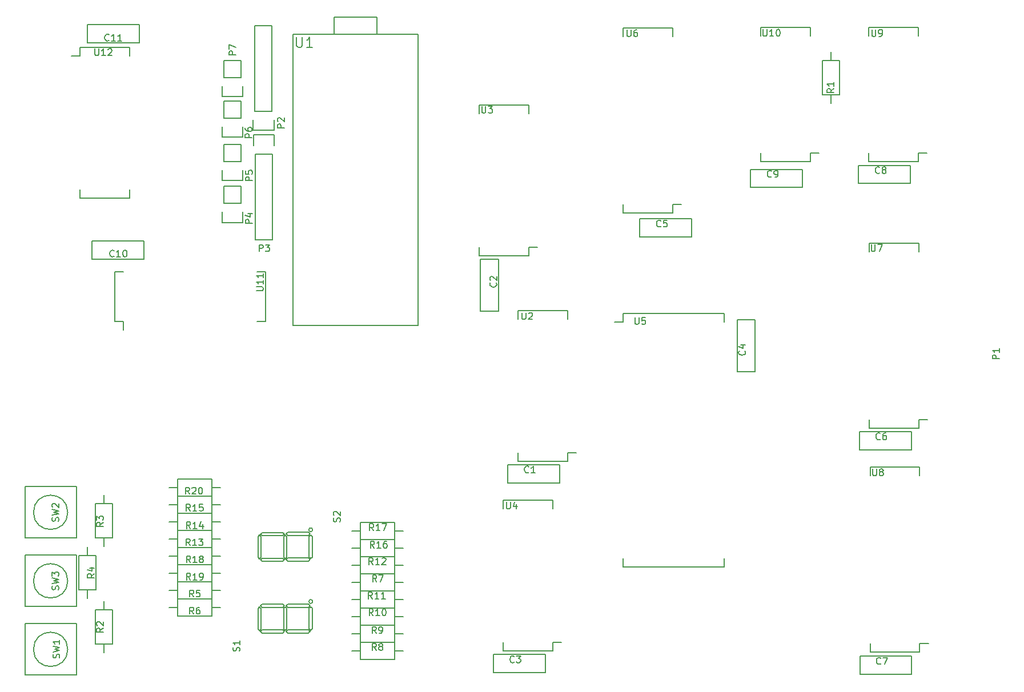
<source format=gbr>
G04 #@! TF.FileFunction,Legend,Top*
%FSLAX46Y46*%
G04 Gerber Fmt 4.6, Leading zero omitted, Abs format (unit mm)*
G04 Created by KiCad (PCBNEW 4.0.1-stable) date Dienstag, 26. April 2016 14:06:35*
%MOMM*%
G01*
G04 APERTURE LIST*
%ADD10C,0.100000*%
%ADD11C,0.150000*%
G04 APERTURE END LIST*
D10*
D11*
X100530660Y-119534940D02*
X95450660Y-119534940D01*
X95450660Y-119534940D02*
X95450660Y-116994940D01*
X95450660Y-116994940D02*
X100530660Y-116994940D01*
X100530660Y-116994940D02*
X100530660Y-119534940D01*
X100530660Y-118264940D02*
X101800660Y-118264940D01*
X95450660Y-118264940D02*
X94180660Y-118264940D01*
X100530660Y-124614940D02*
X95450660Y-124614940D01*
X95450660Y-124614940D02*
X95450660Y-122074940D01*
X95450660Y-122074940D02*
X100530660Y-122074940D01*
X100530660Y-122074940D02*
X100530660Y-124614940D01*
X100530660Y-123344940D02*
X101800660Y-123344940D01*
X95450660Y-123344940D02*
X94180660Y-123344940D01*
X100530660Y-122074940D02*
X95450660Y-122074940D01*
X95450660Y-122074940D02*
X95450660Y-119534940D01*
X95450660Y-119534940D02*
X100530660Y-119534940D01*
X100530660Y-119534940D02*
X100530660Y-122074940D01*
X100530660Y-120804940D02*
X101800660Y-120804940D01*
X95450660Y-120804940D02*
X94180660Y-120804940D01*
X147525400Y-83905200D02*
X147525400Y-82635200D01*
X140175400Y-83905200D02*
X140175400Y-82635200D01*
X140175400Y-61535200D02*
X140175400Y-62805200D01*
X147525400Y-61535200D02*
X147525400Y-62805200D01*
X147525400Y-83905200D02*
X140175400Y-83905200D01*
X147525400Y-61535200D02*
X140175400Y-61535200D01*
X147525400Y-82635200D02*
X148810400Y-82635200D01*
X153230200Y-114402980D02*
X153230200Y-113132980D01*
X145880200Y-114402980D02*
X145880200Y-113132980D01*
X145880200Y-92032980D02*
X145880200Y-93302980D01*
X153230200Y-92032980D02*
X153230200Y-93302980D01*
X153230200Y-114402980D02*
X145880200Y-114402980D01*
X153230200Y-92032980D02*
X145880200Y-92032980D01*
X153230200Y-113132980D02*
X154515200Y-113132980D01*
X151088980Y-142497920D02*
X151088980Y-141227920D01*
X143738980Y-142497920D02*
X143738980Y-141227920D01*
X143738980Y-120127920D02*
X143738980Y-121397920D01*
X151088980Y-120127920D02*
X151088980Y-121397920D01*
X151088980Y-142497920D02*
X143738980Y-142497920D01*
X151088980Y-120127920D02*
X143738980Y-120127920D01*
X151088980Y-141227920D02*
X152373980Y-141227920D01*
X115458711Y-124534120D02*
G75*
G03X115458711Y-124534120I-286531J0D01*
G01*
X107592180Y-128864120D02*
X107362180Y-128634120D01*
X107822180Y-128634120D02*
X107592180Y-128864120D01*
X107822180Y-125564120D02*
X107822180Y-128634120D01*
X107582180Y-125344120D02*
X107822180Y-125564120D01*
X107352180Y-125574120D02*
X107582180Y-125344120D01*
X107352180Y-128634120D02*
X107352180Y-125574120D01*
X111255427Y-125184267D02*
X111025427Y-125414267D01*
X111025427Y-124954267D02*
X111255427Y-125184267D01*
X107955427Y-124954267D02*
X111025427Y-124954267D01*
X107965427Y-125424267D02*
X107735427Y-125194267D01*
X107735427Y-125194267D02*
X107955427Y-124954267D01*
X111025427Y-125424267D02*
X107965427Y-125424267D01*
X111255427Y-128984267D02*
X111025427Y-129214267D01*
X111025427Y-128754267D02*
X111255427Y-128984267D01*
X107955427Y-128754267D02*
X111025427Y-128754267D01*
X107965427Y-129224267D02*
X107735427Y-128994267D01*
X107735427Y-128994267D02*
X107955427Y-128754267D01*
X111025427Y-129224267D02*
X107965427Y-129224267D01*
X111382327Y-125320873D02*
X111612327Y-125550873D01*
X111152327Y-125550873D02*
X111382327Y-125320873D01*
X111152327Y-128620873D02*
X111152327Y-125550873D01*
X111622327Y-128610873D02*
X111392327Y-128840873D01*
X111392327Y-128840873D02*
X111152327Y-128620873D01*
X111622327Y-125550873D02*
X111622327Y-128610873D01*
X111525427Y-128974267D02*
X111745427Y-128734267D01*
X111755427Y-129204267D02*
X111525427Y-128974267D01*
X111745427Y-124934267D02*
X114815427Y-124934267D01*
X111525427Y-125174267D02*
X111745427Y-124934267D01*
X111755427Y-125404267D02*
X111525427Y-125174267D01*
X114815427Y-128734267D02*
X115045427Y-128964267D01*
X115045427Y-128964267D02*
X114815427Y-129194267D01*
X115045427Y-125164267D02*
X114815427Y-125394267D01*
X114815427Y-124934267D02*
X115045427Y-125164267D01*
X115172327Y-125300873D02*
X115402327Y-125530873D01*
X114942327Y-125530873D02*
X115172327Y-125300873D01*
X114815427Y-129204267D02*
X111755427Y-129204267D01*
X114815427Y-125404267D02*
X111755427Y-125404267D01*
X115182327Y-128820873D02*
X114942327Y-128600873D01*
X111745427Y-128734267D02*
X114815427Y-128734267D01*
X114942327Y-128600873D02*
X114942327Y-125530873D01*
X115412327Y-128590873D02*
X115182327Y-128820873D01*
X115412327Y-125530873D02*
X115412327Y-128590873D01*
X115466331Y-135176720D02*
G75*
G03X115466331Y-135176720I-286531J0D01*
G01*
X107599800Y-139506720D02*
X107369800Y-139276720D01*
X107829800Y-139276720D02*
X107599800Y-139506720D01*
X107829800Y-136206720D02*
X107829800Y-139276720D01*
X107589800Y-135986720D02*
X107829800Y-136206720D01*
X107359800Y-136216720D02*
X107589800Y-135986720D01*
X107359800Y-139276720D02*
X107359800Y-136216720D01*
X111263047Y-135826867D02*
X111033047Y-136056867D01*
X111033047Y-135596867D02*
X111263047Y-135826867D01*
X107963047Y-135596867D02*
X111033047Y-135596867D01*
X107973047Y-136066867D02*
X107743047Y-135836867D01*
X107743047Y-135836867D02*
X107963047Y-135596867D01*
X111033047Y-136066867D02*
X107973047Y-136066867D01*
X111263047Y-139626867D02*
X111033047Y-139856867D01*
X111033047Y-139396867D02*
X111263047Y-139626867D01*
X107963047Y-139396867D02*
X111033047Y-139396867D01*
X107973047Y-139866867D02*
X107743047Y-139636867D01*
X107743047Y-139636867D02*
X107963047Y-139396867D01*
X111033047Y-139866867D02*
X107973047Y-139866867D01*
X111389947Y-135963473D02*
X111619947Y-136193473D01*
X111159947Y-136193473D02*
X111389947Y-135963473D01*
X111159947Y-139263473D02*
X111159947Y-136193473D01*
X111629947Y-139253473D02*
X111399947Y-139483473D01*
X111399947Y-139483473D02*
X111159947Y-139263473D01*
X111629947Y-136193473D02*
X111629947Y-139253473D01*
X111533047Y-139616867D02*
X111753047Y-139376867D01*
X111763047Y-139846867D02*
X111533047Y-139616867D01*
X111753047Y-135576867D02*
X114823047Y-135576867D01*
X111533047Y-135816867D02*
X111753047Y-135576867D01*
X111763047Y-136046867D02*
X111533047Y-135816867D01*
X114823047Y-139376867D02*
X115053047Y-139606867D01*
X115053047Y-139606867D02*
X114823047Y-139836867D01*
X115053047Y-135806867D02*
X114823047Y-136036867D01*
X114823047Y-135576867D02*
X115053047Y-135806867D01*
X115179947Y-135943473D02*
X115409947Y-136173473D01*
X114949947Y-136173473D02*
X115179947Y-135943473D01*
X114823047Y-139846867D02*
X111763047Y-139846867D01*
X114823047Y-136046867D02*
X111763047Y-136046867D01*
X115189947Y-139463473D02*
X114949947Y-139243473D01*
X111753047Y-139376867D02*
X114823047Y-139376867D01*
X114949947Y-139243473D02*
X114949947Y-136173473D01*
X115419947Y-139233473D02*
X115189947Y-139463473D01*
X115419947Y-136173473D02*
X115419947Y-139233473D01*
X81000478Y-52997524D02*
X81000478Y-54267524D01*
X88350478Y-52997524D02*
X88350478Y-54267524D01*
X88350478Y-75367524D02*
X88350478Y-74097524D01*
X81000478Y-75367524D02*
X81000478Y-74097524D01*
X81000478Y-52997524D02*
X88350478Y-52997524D01*
X81000478Y-75367524D02*
X88350478Y-75367524D01*
X81000478Y-54267524D02*
X79715478Y-54267524D01*
X86102080Y-93644340D02*
X87372080Y-93644340D01*
X86102080Y-86294340D02*
X87372080Y-86294340D01*
X108472080Y-86294340D02*
X107202080Y-86294340D01*
X108472080Y-93644340D02*
X107202080Y-93644340D01*
X86102080Y-93644340D02*
X86102080Y-86294340D01*
X108472080Y-93644340D02*
X108472080Y-86294340D01*
X87372080Y-93644340D02*
X87372080Y-94929340D01*
X102297840Y-76161900D02*
X102297840Y-73621900D01*
X102017840Y-78981900D02*
X102017840Y-77431900D01*
X102297840Y-76161900D02*
X104837840Y-76161900D01*
X105117840Y-77431900D02*
X105117840Y-78981900D01*
X105117840Y-78981900D02*
X102017840Y-78981900D01*
X104837840Y-76161900D02*
X104837840Y-73621900D01*
X104837840Y-73621900D02*
X102297840Y-73621900D01*
X106916220Y-62456060D02*
X106916220Y-49756060D01*
X106916220Y-49756060D02*
X109456220Y-49756060D01*
X109456220Y-49756060D02*
X109456220Y-62456060D01*
X106636220Y-65276060D02*
X106636220Y-63726060D01*
X106916220Y-62456060D02*
X109456220Y-62456060D01*
X109736220Y-63726060D02*
X109736220Y-65276060D01*
X109736220Y-65276060D02*
X106636220Y-65276060D01*
X124957840Y-51059080D02*
X124957840Y-48519080D01*
X118607840Y-48519080D02*
X124957840Y-48519080D01*
X118607840Y-48519080D02*
X118607840Y-51059080D01*
X112511840Y-51059080D02*
X131053840Y-51059080D01*
X112511840Y-94239080D02*
X112511840Y-51059080D01*
X131053840Y-94239080D02*
X112511840Y-94239080D01*
X131053840Y-94239080D02*
X131053840Y-51059080D01*
X85783420Y-136446260D02*
X85783420Y-141526260D01*
X85783420Y-141526260D02*
X83243420Y-141526260D01*
X83243420Y-141526260D02*
X83243420Y-136446260D01*
X83243420Y-136446260D02*
X85783420Y-136446260D01*
X84513420Y-136446260D02*
X84513420Y-135176260D01*
X84513420Y-141526260D02*
X84513420Y-142796260D01*
X168836000Y-77580600D02*
X168836000Y-76310600D01*
X161486000Y-77580600D02*
X161486000Y-76310600D01*
X161486000Y-50130600D02*
X161486000Y-51400600D01*
X168836000Y-50130600D02*
X168836000Y-51400600D01*
X168836000Y-77580600D02*
X161486000Y-77580600D01*
X168836000Y-50130600D02*
X161486000Y-50130600D01*
X168836000Y-76310600D02*
X170121000Y-76310600D01*
X190992800Y-60071000D02*
X190992800Y-54991000D01*
X190992800Y-54991000D02*
X193532800Y-54991000D01*
X193532800Y-54991000D02*
X193532800Y-60071000D01*
X193532800Y-60071000D02*
X190992800Y-60071000D01*
X192262800Y-60071000D02*
X192262800Y-61341000D01*
X192262800Y-54991000D02*
X192262800Y-53721000D01*
X205234200Y-69909800D02*
X205234200Y-68639800D01*
X197884200Y-69909800D02*
X197884200Y-68639800D01*
X197884200Y-50079800D02*
X197884200Y-51349800D01*
X205234200Y-50079800D02*
X205234200Y-51349800D01*
X205234200Y-69909800D02*
X197884200Y-69909800D01*
X205234200Y-50079800D02*
X197884200Y-50079800D01*
X205234200Y-68639800D02*
X206519200Y-68639800D01*
X189232200Y-69909800D02*
X189232200Y-68639800D01*
X181882200Y-69909800D02*
X181882200Y-68639800D01*
X181882200Y-50079800D02*
X181882200Y-51349800D01*
X189232200Y-50079800D02*
X189232200Y-51349800D01*
X189232200Y-69909800D02*
X181882200Y-69909800D01*
X189232200Y-50079800D02*
X181882200Y-50079800D01*
X189232200Y-68639800D02*
X190517200Y-68639800D01*
X161486000Y-92447000D02*
X161486000Y-93717000D01*
X176456000Y-92447000D02*
X176456000Y-93717000D01*
X176456000Y-130057000D02*
X176456000Y-128787000D01*
X161486000Y-130057000D02*
X161486000Y-128787000D01*
X161486000Y-92447000D02*
X176456000Y-92447000D01*
X161486000Y-130057000D02*
X176456000Y-130057000D01*
X161486000Y-93717000D02*
X160201000Y-93717000D01*
X205310400Y-109483000D02*
X205310400Y-108213000D01*
X197960400Y-109483000D02*
X197960400Y-108213000D01*
X197960400Y-82033000D02*
X197960400Y-83303000D01*
X205310400Y-82033000D02*
X205310400Y-83303000D01*
X205310400Y-109483000D02*
X197960400Y-109483000D01*
X205310400Y-82033000D02*
X197960400Y-82033000D01*
X205310400Y-108213000D02*
X206595400Y-108213000D01*
X205462800Y-142706200D02*
X205462800Y-141436200D01*
X198112800Y-142706200D02*
X198112800Y-141436200D01*
X198112800Y-115256200D02*
X198112800Y-116526200D01*
X205462800Y-115256200D02*
X205462800Y-116526200D01*
X205462800Y-142706200D02*
X198112800Y-142706200D01*
X205462800Y-115256200D02*
X198112800Y-115256200D01*
X205462800Y-141436200D02*
X206747800Y-141436200D01*
X109484160Y-68821300D02*
X109484160Y-81521300D01*
X109484160Y-81521300D02*
X106944160Y-81521300D01*
X106944160Y-81521300D02*
X106944160Y-68821300D01*
X109764160Y-66001300D02*
X109764160Y-67551300D01*
X109484160Y-68821300D02*
X106944160Y-68821300D01*
X106664160Y-67551300D02*
X106664160Y-66001300D01*
X106664160Y-66001300D02*
X109764160Y-66001300D01*
X85783420Y-120682260D02*
X85783420Y-125762260D01*
X85783420Y-125762260D02*
X83243420Y-125762260D01*
X83243420Y-125762260D02*
X83243420Y-120682260D01*
X83243420Y-120682260D02*
X85783420Y-120682260D01*
X84513420Y-120682260D02*
X84513420Y-119412260D01*
X84513420Y-125762260D02*
X84513420Y-127032260D01*
X80830420Y-133407660D02*
X80830420Y-128327660D01*
X80830420Y-128327660D02*
X83370420Y-128327660D01*
X83370420Y-128327660D02*
X83370420Y-133407660D01*
X83370420Y-133407660D02*
X80830420Y-133407660D01*
X82100420Y-133407660D02*
X82100420Y-134677660D01*
X82100420Y-128327660D02*
X82100420Y-127057660D01*
X79154020Y-142272260D02*
G75*
G03X79154020Y-142272260I-2540000J0D01*
G01*
X80424020Y-138462260D02*
X80424020Y-146082260D01*
X80424020Y-146082260D02*
X72804020Y-146082260D01*
X72804020Y-146082260D02*
X72804020Y-138462260D01*
X80424020Y-138462260D02*
X72804020Y-138462260D01*
X79154020Y-121952260D02*
G75*
G03X79154020Y-121952260I-2540000J0D01*
G01*
X80424020Y-118142260D02*
X80424020Y-125762260D01*
X80424020Y-125762260D02*
X72804020Y-125762260D01*
X72804020Y-125762260D02*
X72804020Y-118142260D01*
X80424020Y-118142260D02*
X72804020Y-118142260D01*
X79154020Y-132112260D02*
G75*
G03X79154020Y-132112260I-2540000J0D01*
G01*
X80424020Y-128302260D02*
X80424020Y-135922260D01*
X80424020Y-135922260D02*
X72804020Y-135922260D01*
X72804020Y-135922260D02*
X72804020Y-128302260D01*
X80424020Y-128302260D02*
X72804020Y-128302260D01*
X102297840Y-69913500D02*
X102297840Y-67373500D01*
X102017840Y-72733500D02*
X102017840Y-71183500D01*
X102297840Y-69913500D02*
X104837840Y-69913500D01*
X105117840Y-71183500D02*
X105117840Y-72733500D01*
X105117840Y-72733500D02*
X102017840Y-72733500D01*
X104837840Y-69913500D02*
X104837840Y-67373500D01*
X104837840Y-67373500D02*
X102297840Y-67373500D01*
X102295300Y-63500000D02*
X102295300Y-60960000D01*
X102015300Y-66320000D02*
X102015300Y-64770000D01*
X102295300Y-63500000D02*
X104835300Y-63500000D01*
X105115300Y-64770000D02*
X105115300Y-66320000D01*
X105115300Y-66320000D02*
X102015300Y-66320000D01*
X104835300Y-63500000D02*
X104835300Y-60960000D01*
X104835300Y-60960000D02*
X102295300Y-60960000D01*
X102295300Y-57467500D02*
X102295300Y-54927500D01*
X102015300Y-60287500D02*
X102015300Y-58737500D01*
X102295300Y-57467500D02*
X104835300Y-57467500D01*
X105115300Y-58737500D02*
X105115300Y-60287500D01*
X105115300Y-60287500D02*
X102015300Y-60287500D01*
X104835300Y-57467500D02*
X104835300Y-54927500D01*
X104835300Y-54927500D02*
X102295300Y-54927500D01*
X100530660Y-134774940D02*
X95450660Y-134774940D01*
X95450660Y-134774940D02*
X95450660Y-132234940D01*
X95450660Y-132234940D02*
X100530660Y-132234940D01*
X100530660Y-132234940D02*
X100530660Y-134774940D01*
X100530660Y-133504940D02*
X101800660Y-133504940D01*
X95450660Y-133504940D02*
X94180660Y-133504940D01*
X100530660Y-137314940D02*
X95450660Y-137314940D01*
X95450660Y-137314940D02*
X95450660Y-134774940D01*
X95450660Y-134774940D02*
X100530660Y-134774940D01*
X100530660Y-134774940D02*
X100530660Y-137314940D01*
X100530660Y-136044940D02*
X101800660Y-136044940D01*
X95450660Y-136044940D02*
X94180660Y-136044940D01*
X122544840Y-131089400D02*
X127624840Y-131089400D01*
X127624840Y-131089400D02*
X127624840Y-133629400D01*
X127624840Y-133629400D02*
X122544840Y-133629400D01*
X122544840Y-133629400D02*
X122544840Y-131089400D01*
X122544840Y-132359400D02*
X121274840Y-132359400D01*
X127624840Y-132359400D02*
X128894840Y-132359400D01*
X122524520Y-141253720D02*
X127604520Y-141253720D01*
X127604520Y-141253720D02*
X127604520Y-143793720D01*
X127604520Y-143793720D02*
X122524520Y-143793720D01*
X122524520Y-143793720D02*
X122524520Y-141253720D01*
X122524520Y-142523720D02*
X121254520Y-142523720D01*
X127604520Y-142523720D02*
X128874520Y-142523720D01*
X122524520Y-138713720D02*
X127604520Y-138713720D01*
X127604520Y-138713720D02*
X127604520Y-141253720D01*
X127604520Y-141253720D02*
X122524520Y-141253720D01*
X122524520Y-141253720D02*
X122524520Y-138713720D01*
X122524520Y-139983720D02*
X121254520Y-139983720D01*
X127604520Y-139983720D02*
X128874520Y-139983720D01*
X122524520Y-136173720D02*
X127604520Y-136173720D01*
X127604520Y-136173720D02*
X127604520Y-138713720D01*
X127604520Y-138713720D02*
X122524520Y-138713720D01*
X122524520Y-138713720D02*
X122524520Y-136173720D01*
X122524520Y-137443720D02*
X121254520Y-137443720D01*
X127604520Y-137443720D02*
X128874520Y-137443720D01*
X122524520Y-133633720D02*
X127604520Y-133633720D01*
X127604520Y-133633720D02*
X127604520Y-136173720D01*
X127604520Y-136173720D02*
X122524520Y-136173720D01*
X122524520Y-136173720D02*
X122524520Y-133633720D01*
X122524520Y-134903720D02*
X121254520Y-134903720D01*
X127604520Y-134903720D02*
X128874520Y-134903720D01*
X122544840Y-128564640D02*
X127624840Y-128564640D01*
X127624840Y-128564640D02*
X127624840Y-131104640D01*
X127624840Y-131104640D02*
X122544840Y-131104640D01*
X122544840Y-131104640D02*
X122544840Y-128564640D01*
X122544840Y-129834640D02*
X121274840Y-129834640D01*
X127624840Y-129834640D02*
X128894840Y-129834640D01*
X100530660Y-127154940D02*
X95450660Y-127154940D01*
X95450660Y-127154940D02*
X95450660Y-124614940D01*
X95450660Y-124614940D02*
X100530660Y-124614940D01*
X100530660Y-124614940D02*
X100530660Y-127154940D01*
X100530660Y-125884940D02*
X101800660Y-125884940D01*
X95450660Y-125884940D02*
X94180660Y-125884940D01*
X122524520Y-126013720D02*
X127604520Y-126013720D01*
X127604520Y-126013720D02*
X127604520Y-128553720D01*
X127604520Y-128553720D02*
X122524520Y-128553720D01*
X122524520Y-128553720D02*
X122524520Y-126013720D01*
X122524520Y-127283720D02*
X121254520Y-127283720D01*
X127604520Y-127283720D02*
X128874520Y-127283720D01*
X122524520Y-123473720D02*
X127604520Y-123473720D01*
X127604520Y-123473720D02*
X127604520Y-126013720D01*
X127604520Y-126013720D02*
X122524520Y-126013720D01*
X122524520Y-126013720D02*
X122524520Y-123473720D01*
X122524520Y-124743720D02*
X121254520Y-124743720D01*
X127604520Y-124743720D02*
X128874520Y-124743720D01*
X100530660Y-129694940D02*
X95450660Y-129694940D01*
X95450660Y-129694940D02*
X95450660Y-127154940D01*
X95450660Y-127154940D02*
X100530660Y-127154940D01*
X100530660Y-127154940D02*
X100530660Y-129694940D01*
X100530660Y-128424940D02*
X101800660Y-128424940D01*
X95450660Y-128424940D02*
X94180660Y-128424940D01*
X100530660Y-132234940D02*
X95450660Y-132234940D01*
X95450660Y-132234940D02*
X95450660Y-129694940D01*
X95450660Y-129694940D02*
X100530660Y-129694940D01*
X100530660Y-129694940D02*
X100530660Y-132234940D01*
X100530660Y-130964940D02*
X101800660Y-130964940D01*
X95450660Y-130964940D02*
X94180660Y-130964940D01*
X144393920Y-114913420D02*
X152093920Y-114913420D01*
X152093920Y-114913420D02*
X152093920Y-117613420D01*
X152093920Y-117613420D02*
X144393920Y-117613420D01*
X144393920Y-117613420D02*
X144393920Y-114913420D01*
X143028000Y-84460080D02*
X143028000Y-92160080D01*
X143028000Y-92160080D02*
X140328000Y-92160080D01*
X140328000Y-92160080D02*
X140328000Y-84460080D01*
X140328000Y-84460080D02*
X143028000Y-84460080D01*
X142262860Y-143049000D02*
X149962860Y-143049000D01*
X149962860Y-143049000D02*
X149962860Y-145749000D01*
X149962860Y-145749000D02*
X142262860Y-145749000D01*
X142262860Y-145749000D02*
X142262860Y-143049000D01*
X181085000Y-93392000D02*
X181085000Y-101092000D01*
X181085000Y-101092000D02*
X178385000Y-101092000D01*
X178385000Y-101092000D02*
X178385000Y-93392000D01*
X178385000Y-93392000D02*
X181085000Y-93392000D01*
X163938000Y-78431400D02*
X171638000Y-78431400D01*
X171638000Y-78431400D02*
X171638000Y-81131400D01*
X171638000Y-81131400D02*
X163938000Y-81131400D01*
X163938000Y-81131400D02*
X163938000Y-78431400D01*
X196526200Y-109998000D02*
X204226200Y-109998000D01*
X204226200Y-109998000D02*
X204226200Y-112698000D01*
X204226200Y-112698000D02*
X196526200Y-112698000D01*
X196526200Y-112698000D02*
X196526200Y-109998000D01*
X196580800Y-143246600D02*
X204280800Y-143246600D01*
X204280800Y-143246600D02*
X204280800Y-145946600D01*
X204280800Y-145946600D02*
X196580800Y-145946600D01*
X196580800Y-145946600D02*
X196580800Y-143246600D01*
X196399200Y-70501000D02*
X204099200Y-70501000D01*
X204099200Y-70501000D02*
X204099200Y-73201000D01*
X204099200Y-73201000D02*
X196399200Y-73201000D01*
X196399200Y-73201000D02*
X196399200Y-70501000D01*
X180397200Y-71096400D02*
X188097200Y-71096400D01*
X188097200Y-71096400D02*
X188097200Y-73796400D01*
X188097200Y-73796400D02*
X180397200Y-73796400D01*
X180397200Y-73796400D02*
X180397200Y-71096400D01*
X90412560Y-84400380D02*
X82712560Y-84400380D01*
X82712560Y-84400380D02*
X82712560Y-81700380D01*
X82712560Y-81700380D02*
X90412560Y-81700380D01*
X90412560Y-81700380D02*
X90412560Y-84400380D01*
X89802458Y-52334684D02*
X82102458Y-52334684D01*
X82102458Y-52334684D02*
X82102458Y-49634684D01*
X82102458Y-49634684D02*
X89802458Y-49634684D01*
X89802458Y-49634684D02*
X89802458Y-52334684D01*
X97220803Y-119250721D02*
X96887469Y-118774530D01*
X96649374Y-119250721D02*
X96649374Y-118250721D01*
X97030327Y-118250721D01*
X97125565Y-118298340D01*
X97173184Y-118345959D01*
X97220803Y-118441197D01*
X97220803Y-118584054D01*
X97173184Y-118679292D01*
X97125565Y-118726911D01*
X97030327Y-118774530D01*
X96649374Y-118774530D01*
X97601755Y-118345959D02*
X97649374Y-118298340D01*
X97744612Y-118250721D01*
X97982708Y-118250721D01*
X98077946Y-118298340D01*
X98125565Y-118345959D01*
X98173184Y-118441197D01*
X98173184Y-118536435D01*
X98125565Y-118679292D01*
X97554136Y-119250721D01*
X98173184Y-119250721D01*
X98792231Y-118250721D02*
X98887470Y-118250721D01*
X98982708Y-118298340D01*
X99030327Y-118345959D01*
X99077946Y-118441197D01*
X99125565Y-118631673D01*
X99125565Y-118869769D01*
X99077946Y-119060245D01*
X99030327Y-119155483D01*
X98982708Y-119203102D01*
X98887470Y-119250721D01*
X98792231Y-119250721D01*
X98696993Y-119203102D01*
X98649374Y-119155483D01*
X98601755Y-119060245D01*
X98554136Y-118869769D01*
X98554136Y-118631673D01*
X98601755Y-118441197D01*
X98649374Y-118345959D01*
X98696993Y-118298340D01*
X98792231Y-118250721D01*
X97347803Y-124356121D02*
X97014469Y-123879930D01*
X96776374Y-124356121D02*
X96776374Y-123356121D01*
X97157327Y-123356121D01*
X97252565Y-123403740D01*
X97300184Y-123451359D01*
X97347803Y-123546597D01*
X97347803Y-123689454D01*
X97300184Y-123784692D01*
X97252565Y-123832311D01*
X97157327Y-123879930D01*
X96776374Y-123879930D01*
X98300184Y-124356121D02*
X97728755Y-124356121D01*
X98014469Y-124356121D02*
X98014469Y-123356121D01*
X97919231Y-123498978D01*
X97823993Y-123594216D01*
X97728755Y-123641835D01*
X99157327Y-123689454D02*
X99157327Y-124356121D01*
X98919231Y-123308502D02*
X98681136Y-124022788D01*
X99300184Y-124022788D01*
X97322403Y-121765321D02*
X96989069Y-121289130D01*
X96750974Y-121765321D02*
X96750974Y-120765321D01*
X97131927Y-120765321D01*
X97227165Y-120812940D01*
X97274784Y-120860559D01*
X97322403Y-120955797D01*
X97322403Y-121098654D01*
X97274784Y-121193892D01*
X97227165Y-121241511D01*
X97131927Y-121289130D01*
X96750974Y-121289130D01*
X98274784Y-121765321D02*
X97703355Y-121765321D01*
X97989069Y-121765321D02*
X97989069Y-120765321D01*
X97893831Y-120908178D01*
X97798593Y-121003416D01*
X97703355Y-121051035D01*
X99179546Y-120765321D02*
X98703355Y-120765321D01*
X98655736Y-121241511D01*
X98703355Y-121193892D01*
X98798593Y-121146273D01*
X99036689Y-121146273D01*
X99131927Y-121193892D01*
X99179546Y-121241511D01*
X99227165Y-121336750D01*
X99227165Y-121574845D01*
X99179546Y-121670083D01*
X99131927Y-121717702D01*
X99036689Y-121765321D01*
X98798593Y-121765321D01*
X98703355Y-121717702D01*
X98655736Y-121670083D01*
X140540835Y-61717941D02*
X140540835Y-62527465D01*
X140588454Y-62622703D01*
X140636073Y-62670322D01*
X140731311Y-62717941D01*
X140921788Y-62717941D01*
X141017026Y-62670322D01*
X141064645Y-62622703D01*
X141112264Y-62527465D01*
X141112264Y-61717941D01*
X141493216Y-61717941D02*
X142112264Y-61717941D01*
X141778930Y-62098893D01*
X141921788Y-62098893D01*
X142017026Y-62146512D01*
X142064645Y-62194131D01*
X142112264Y-62289370D01*
X142112264Y-62527465D01*
X142064645Y-62622703D01*
X142017026Y-62670322D01*
X141921788Y-62717941D01*
X141636073Y-62717941D01*
X141540835Y-62670322D01*
X141493216Y-62622703D01*
X146484395Y-92347801D02*
X146484395Y-93157325D01*
X146532014Y-93252563D01*
X146579633Y-93300182D01*
X146674871Y-93347801D01*
X146865348Y-93347801D01*
X146960586Y-93300182D01*
X147008205Y-93252563D01*
X147055824Y-93157325D01*
X147055824Y-92347801D01*
X147484395Y-92443039D02*
X147532014Y-92395420D01*
X147627252Y-92347801D01*
X147865348Y-92347801D01*
X147960586Y-92395420D01*
X148008205Y-92443039D01*
X148055824Y-92538277D01*
X148055824Y-92633515D01*
X148008205Y-92776372D01*
X147436776Y-93347801D01*
X148055824Y-93347801D01*
X144200935Y-120437661D02*
X144200935Y-121247185D01*
X144248554Y-121342423D01*
X144296173Y-121390042D01*
X144391411Y-121437661D01*
X144581888Y-121437661D01*
X144677126Y-121390042D01*
X144724745Y-121342423D01*
X144772364Y-121247185D01*
X144772364Y-120437661D01*
X145677126Y-120770994D02*
X145677126Y-121437661D01*
X145439030Y-120390042D02*
X145200935Y-121104328D01*
X145819983Y-121104328D01*
X119500282Y-123342305D02*
X119547901Y-123199448D01*
X119547901Y-122961352D01*
X119500282Y-122866114D01*
X119452663Y-122818495D01*
X119357425Y-122770876D01*
X119262187Y-122770876D01*
X119166949Y-122818495D01*
X119119330Y-122866114D01*
X119071710Y-122961352D01*
X119024091Y-123151829D01*
X118976472Y-123247067D01*
X118928853Y-123294686D01*
X118833615Y-123342305D01*
X118738377Y-123342305D01*
X118643139Y-123294686D01*
X118595520Y-123247067D01*
X118547901Y-123151829D01*
X118547901Y-122913733D01*
X118595520Y-122770876D01*
X118643139Y-122389924D02*
X118595520Y-122342305D01*
X118547901Y-122247067D01*
X118547901Y-122008971D01*
X118595520Y-121913733D01*
X118643139Y-121866114D01*
X118738377Y-121818495D01*
X118833615Y-121818495D01*
X118976472Y-121866114D01*
X119547901Y-122437543D01*
X119547901Y-121818495D01*
X104605722Y-142529465D02*
X104653341Y-142386608D01*
X104653341Y-142148512D01*
X104605722Y-142053274D01*
X104558103Y-142005655D01*
X104462865Y-141958036D01*
X104367627Y-141958036D01*
X104272389Y-142005655D01*
X104224770Y-142053274D01*
X104177150Y-142148512D01*
X104129531Y-142338989D01*
X104081912Y-142434227D01*
X104034293Y-142481846D01*
X103939055Y-142529465D01*
X103843817Y-142529465D01*
X103748579Y-142481846D01*
X103700960Y-142434227D01*
X103653341Y-142338989D01*
X103653341Y-142100893D01*
X103700960Y-141958036D01*
X104653341Y-141005655D02*
X104653341Y-141577084D01*
X104653341Y-141291370D02*
X103653341Y-141291370D01*
X103796198Y-141386608D01*
X103891436Y-141481846D01*
X103939055Y-141577084D01*
X83183383Y-53220905D02*
X83183383Y-54030429D01*
X83231002Y-54125667D01*
X83278621Y-54173286D01*
X83373859Y-54220905D01*
X83564336Y-54220905D01*
X83659574Y-54173286D01*
X83707193Y-54125667D01*
X83754812Y-54030429D01*
X83754812Y-53220905D01*
X84754812Y-54220905D02*
X84183383Y-54220905D01*
X84469097Y-54220905D02*
X84469097Y-53220905D01*
X84373859Y-53363762D01*
X84278621Y-53459000D01*
X84183383Y-53506619D01*
X85135764Y-53316143D02*
X85183383Y-53268524D01*
X85278621Y-53220905D01*
X85516717Y-53220905D01*
X85611955Y-53268524D01*
X85659574Y-53316143D01*
X85707193Y-53411381D01*
X85707193Y-53506619D01*
X85659574Y-53649476D01*
X85088145Y-54220905D01*
X85707193Y-54220905D01*
X107122482Y-89086792D02*
X107932006Y-89086792D01*
X108027244Y-89039173D01*
X108074863Y-88991554D01*
X108122482Y-88896316D01*
X108122482Y-88705839D01*
X108074863Y-88610601D01*
X108027244Y-88562982D01*
X107932006Y-88515363D01*
X107122482Y-88515363D01*
X108122482Y-87515363D02*
X108122482Y-88086792D01*
X108122482Y-87801078D02*
X107122482Y-87801078D01*
X107265339Y-87896316D01*
X107360577Y-87991554D01*
X107408196Y-88086792D01*
X108122482Y-86562982D02*
X108122482Y-87134411D01*
X108122482Y-86848697D02*
X107122482Y-86848697D01*
X107265339Y-86943935D01*
X107360577Y-87039173D01*
X107408196Y-87134411D01*
X106504341Y-79104715D02*
X105504341Y-79104715D01*
X105504341Y-78723762D01*
X105551960Y-78628524D01*
X105599579Y-78580905D01*
X105694817Y-78533286D01*
X105837674Y-78533286D01*
X105932912Y-78580905D01*
X105980531Y-78628524D01*
X106028150Y-78723762D01*
X106028150Y-79104715D01*
X105837674Y-77676143D02*
X106504341Y-77676143D01*
X105456722Y-77914239D02*
X106171008Y-78152334D01*
X106171008Y-77533286D01*
X111238601Y-64964155D02*
X110238601Y-64964155D01*
X110238601Y-64583202D01*
X110286220Y-64487964D01*
X110333839Y-64440345D01*
X110429077Y-64392726D01*
X110571934Y-64392726D01*
X110667172Y-64440345D01*
X110714791Y-64487964D01*
X110762410Y-64583202D01*
X110762410Y-64964155D01*
X110333839Y-64011774D02*
X110286220Y-63964155D01*
X110238601Y-63868917D01*
X110238601Y-63630821D01*
X110286220Y-63535583D01*
X110333839Y-63487964D01*
X110429077Y-63440345D01*
X110524315Y-63440345D01*
X110667172Y-63487964D01*
X111238601Y-64059393D01*
X111238601Y-63440345D01*
X113073283Y-51522891D02*
X113073283Y-52737177D01*
X113144711Y-52880034D01*
X113216140Y-52951463D01*
X113358997Y-53022891D01*
X113644711Y-53022891D01*
X113787569Y-52951463D01*
X113858997Y-52880034D01*
X113930426Y-52737177D01*
X113930426Y-51522891D01*
X115430426Y-53022891D02*
X114573283Y-53022891D01*
X115001855Y-53022891D02*
X115001855Y-51522891D01*
X114858998Y-51737177D01*
X114716140Y-51880034D01*
X114573283Y-51951463D01*
X84422201Y-139127526D02*
X83946010Y-139460860D01*
X84422201Y-139698955D02*
X83422201Y-139698955D01*
X83422201Y-139318002D01*
X83469820Y-139222764D01*
X83517439Y-139175145D01*
X83612677Y-139127526D01*
X83755534Y-139127526D01*
X83850772Y-139175145D01*
X83898391Y-139222764D01*
X83946010Y-139318002D01*
X83946010Y-139698955D01*
X83517439Y-138746574D02*
X83469820Y-138698955D01*
X83422201Y-138603717D01*
X83422201Y-138365621D01*
X83469820Y-138270383D01*
X83517439Y-138222764D01*
X83612677Y-138175145D01*
X83707915Y-138175145D01*
X83850772Y-138222764D01*
X84422201Y-138794193D01*
X84422201Y-138175145D01*
X162062295Y-50404781D02*
X162062295Y-51214305D01*
X162109914Y-51309543D01*
X162157533Y-51357162D01*
X162252771Y-51404781D01*
X162443248Y-51404781D01*
X162538486Y-51357162D01*
X162586105Y-51309543D01*
X162633724Y-51214305D01*
X162633724Y-50404781D01*
X163538486Y-50404781D02*
X163348009Y-50404781D01*
X163252771Y-50452400D01*
X163205152Y-50500019D01*
X163109914Y-50642876D01*
X163062295Y-50833352D01*
X163062295Y-51214305D01*
X163109914Y-51309543D01*
X163157533Y-51357162D01*
X163252771Y-51404781D01*
X163443248Y-51404781D01*
X163538486Y-51357162D01*
X163586105Y-51309543D01*
X163633724Y-51214305D01*
X163633724Y-50976210D01*
X163586105Y-50880971D01*
X163538486Y-50833352D01*
X163443248Y-50785733D01*
X163252771Y-50785733D01*
X163157533Y-50833352D01*
X163109914Y-50880971D01*
X163062295Y-50976210D01*
X217251581Y-99188495D02*
X216251581Y-99188495D01*
X216251581Y-98807542D01*
X216299200Y-98712304D01*
X216346819Y-98664685D01*
X216442057Y-98617066D01*
X216584914Y-98617066D01*
X216680152Y-98664685D01*
X216727771Y-98712304D01*
X216775390Y-98807542D01*
X216775390Y-99188495D01*
X217251581Y-97664685D02*
X217251581Y-98236114D01*
X217251581Y-97950400D02*
X216251581Y-97950400D01*
X216394438Y-98045638D01*
X216489676Y-98140876D01*
X216537295Y-98236114D01*
X192737380Y-59131666D02*
X192261189Y-59465000D01*
X192737380Y-59703095D02*
X191737380Y-59703095D01*
X191737380Y-59322142D01*
X191784999Y-59226904D01*
X191832618Y-59179285D01*
X191927856Y-59131666D01*
X192070713Y-59131666D01*
X192165951Y-59179285D01*
X192213570Y-59226904D01*
X192261189Y-59322142D01*
X192261189Y-59703095D01*
X192737380Y-58179285D02*
X192737380Y-58750714D01*
X192737380Y-58465000D02*
X191737380Y-58465000D01*
X191880237Y-58560238D01*
X191975475Y-58655476D01*
X192023094Y-58750714D01*
X198358895Y-50379381D02*
X198358895Y-51188905D01*
X198406514Y-51284143D01*
X198454133Y-51331762D01*
X198549371Y-51379381D01*
X198739848Y-51379381D01*
X198835086Y-51331762D01*
X198882705Y-51284143D01*
X198930324Y-51188905D01*
X198930324Y-50379381D01*
X199454133Y-51379381D02*
X199644609Y-51379381D01*
X199739848Y-51331762D01*
X199787467Y-51284143D01*
X199882705Y-51141286D01*
X199930324Y-50950810D01*
X199930324Y-50569857D01*
X199882705Y-50474619D01*
X199835086Y-50427000D01*
X199739848Y-50379381D01*
X199549371Y-50379381D01*
X199454133Y-50427000D01*
X199406514Y-50474619D01*
X199358895Y-50569857D01*
X199358895Y-50807952D01*
X199406514Y-50903190D01*
X199454133Y-50950810D01*
X199549371Y-50998429D01*
X199739848Y-50998429D01*
X199835086Y-50950810D01*
X199882705Y-50903190D01*
X199930324Y-50807952D01*
X182221025Y-50343821D02*
X182221025Y-51153345D01*
X182268644Y-51248583D01*
X182316263Y-51296202D01*
X182411501Y-51343821D01*
X182601978Y-51343821D01*
X182697216Y-51296202D01*
X182744835Y-51248583D01*
X182792454Y-51153345D01*
X182792454Y-50343821D01*
X183792454Y-51343821D02*
X183221025Y-51343821D01*
X183506739Y-51343821D02*
X183506739Y-50343821D01*
X183411501Y-50486678D01*
X183316263Y-50581916D01*
X183221025Y-50629535D01*
X184411501Y-50343821D02*
X184506740Y-50343821D01*
X184601978Y-50391440D01*
X184649597Y-50439059D01*
X184697216Y-50534297D01*
X184744835Y-50724773D01*
X184744835Y-50962869D01*
X184697216Y-51153345D01*
X184649597Y-51248583D01*
X184601978Y-51296202D01*
X184506740Y-51343821D01*
X184411501Y-51343821D01*
X184316263Y-51296202D01*
X184268644Y-51248583D01*
X184221025Y-51153345D01*
X184173406Y-50962869D01*
X184173406Y-50724773D01*
X184221025Y-50534297D01*
X184268644Y-50439059D01*
X184316263Y-50391440D01*
X184411501Y-50343821D01*
X163256095Y-93076781D02*
X163256095Y-93886305D01*
X163303714Y-93981543D01*
X163351333Y-94029162D01*
X163446571Y-94076781D01*
X163637048Y-94076781D01*
X163732286Y-94029162D01*
X163779905Y-93981543D01*
X163827524Y-93886305D01*
X163827524Y-93076781D01*
X164779905Y-93076781D02*
X164303714Y-93076781D01*
X164256095Y-93552971D01*
X164303714Y-93505352D01*
X164398952Y-93457733D01*
X164637048Y-93457733D01*
X164732286Y-93505352D01*
X164779905Y-93552971D01*
X164827524Y-93648210D01*
X164827524Y-93886305D01*
X164779905Y-93981543D01*
X164732286Y-94029162D01*
X164637048Y-94076781D01*
X164398952Y-94076781D01*
X164303714Y-94029162D01*
X164256095Y-93981543D01*
X198282695Y-82256381D02*
X198282695Y-83065905D01*
X198330314Y-83161143D01*
X198377933Y-83208762D01*
X198473171Y-83256381D01*
X198663648Y-83256381D01*
X198758886Y-83208762D01*
X198806505Y-83161143D01*
X198854124Y-83065905D01*
X198854124Y-82256381D01*
X199235076Y-82256381D02*
X199901743Y-82256381D01*
X199473171Y-83256381D01*
X198485895Y-115530381D02*
X198485895Y-116339905D01*
X198533514Y-116435143D01*
X198581133Y-116482762D01*
X198676371Y-116530381D01*
X198866848Y-116530381D01*
X198962086Y-116482762D01*
X199009705Y-116435143D01*
X199057324Y-116339905D01*
X199057324Y-115530381D01*
X199676371Y-115958952D02*
X199581133Y-115911333D01*
X199533514Y-115863714D01*
X199485895Y-115768476D01*
X199485895Y-115720857D01*
X199533514Y-115625619D01*
X199581133Y-115578000D01*
X199676371Y-115530381D01*
X199866848Y-115530381D01*
X199962086Y-115578000D01*
X200009705Y-115625619D01*
X200057324Y-115720857D01*
X200057324Y-115768476D01*
X200009705Y-115863714D01*
X199962086Y-115911333D01*
X199866848Y-115958952D01*
X199676371Y-115958952D01*
X199581133Y-116006571D01*
X199533514Y-116054190D01*
X199485895Y-116149429D01*
X199485895Y-116339905D01*
X199533514Y-116435143D01*
X199581133Y-116482762D01*
X199676371Y-116530381D01*
X199866848Y-116530381D01*
X199962086Y-116482762D01*
X200009705Y-116435143D01*
X200057324Y-116339905D01*
X200057324Y-116149429D01*
X200009705Y-116054190D01*
X199962086Y-116006571D01*
X199866848Y-115958952D01*
X107549725Y-83274161D02*
X107549725Y-82274161D01*
X107930678Y-82274161D01*
X108025916Y-82321780D01*
X108073535Y-82369399D01*
X108121154Y-82464637D01*
X108121154Y-82607494D01*
X108073535Y-82702732D01*
X108025916Y-82750351D01*
X107930678Y-82797970D01*
X107549725Y-82797970D01*
X108454487Y-82274161D02*
X109073535Y-82274161D01*
X108740201Y-82655113D01*
X108883059Y-82655113D01*
X108978297Y-82702732D01*
X109025916Y-82750351D01*
X109073535Y-82845590D01*
X109073535Y-83083685D01*
X109025916Y-83178923D01*
X108978297Y-83226542D01*
X108883059Y-83274161D01*
X108597344Y-83274161D01*
X108502106Y-83226542D01*
X108454487Y-83178923D01*
X84422201Y-123439726D02*
X83946010Y-123773060D01*
X84422201Y-124011155D02*
X83422201Y-124011155D01*
X83422201Y-123630202D01*
X83469820Y-123534964D01*
X83517439Y-123487345D01*
X83612677Y-123439726D01*
X83755534Y-123439726D01*
X83850772Y-123487345D01*
X83898391Y-123534964D01*
X83946010Y-123630202D01*
X83946010Y-124011155D01*
X83422201Y-123106393D02*
X83422201Y-122487345D01*
X83803153Y-122820679D01*
X83803153Y-122677821D01*
X83850772Y-122582583D01*
X83898391Y-122534964D01*
X83993630Y-122487345D01*
X84231725Y-122487345D01*
X84326963Y-122534964D01*
X84374582Y-122582583D01*
X84422201Y-122677821D01*
X84422201Y-122963536D01*
X84374582Y-123058774D01*
X84326963Y-123106393D01*
X83096401Y-131059726D02*
X82620210Y-131393060D01*
X83096401Y-131631155D02*
X82096401Y-131631155D01*
X82096401Y-131250202D01*
X82144020Y-131154964D01*
X82191639Y-131107345D01*
X82286877Y-131059726D01*
X82429734Y-131059726D01*
X82524972Y-131107345D01*
X82572591Y-131154964D01*
X82620210Y-131250202D01*
X82620210Y-131631155D01*
X82429734Y-130202583D02*
X83096401Y-130202583D01*
X82048782Y-130440679D02*
X82763068Y-130678774D01*
X82763068Y-130059726D01*
X77912862Y-143547933D02*
X77960481Y-143405076D01*
X77960481Y-143166980D01*
X77912862Y-143071742D01*
X77865243Y-143024123D01*
X77770005Y-142976504D01*
X77674767Y-142976504D01*
X77579529Y-143024123D01*
X77531910Y-143071742D01*
X77484290Y-143166980D01*
X77436671Y-143357457D01*
X77389052Y-143452695D01*
X77341433Y-143500314D01*
X77246195Y-143547933D01*
X77150957Y-143547933D01*
X77055719Y-143500314D01*
X77008100Y-143452695D01*
X76960481Y-143357457D01*
X76960481Y-143119361D01*
X77008100Y-142976504D01*
X76960481Y-142643171D02*
X77960481Y-142405076D01*
X77246195Y-142214599D01*
X77960481Y-142024123D01*
X76960481Y-141786028D01*
X77960481Y-140881266D02*
X77960481Y-141452695D01*
X77960481Y-141166981D02*
X76960481Y-141166981D01*
X77103338Y-141262219D01*
X77198576Y-141357457D01*
X77246195Y-141452695D01*
X77780782Y-123285593D02*
X77828401Y-123142736D01*
X77828401Y-122904640D01*
X77780782Y-122809402D01*
X77733163Y-122761783D01*
X77637925Y-122714164D01*
X77542687Y-122714164D01*
X77447449Y-122761783D01*
X77399830Y-122809402D01*
X77352210Y-122904640D01*
X77304591Y-123095117D01*
X77256972Y-123190355D01*
X77209353Y-123237974D01*
X77114115Y-123285593D01*
X77018877Y-123285593D01*
X76923639Y-123237974D01*
X76876020Y-123190355D01*
X76828401Y-123095117D01*
X76828401Y-122857021D01*
X76876020Y-122714164D01*
X76828401Y-122380831D02*
X77828401Y-122142736D01*
X77114115Y-121952259D01*
X77828401Y-121761783D01*
X76828401Y-121523688D01*
X76923639Y-121190355D02*
X76876020Y-121142736D01*
X76828401Y-121047498D01*
X76828401Y-120809402D01*
X76876020Y-120714164D01*
X76923639Y-120666545D01*
X77018877Y-120618926D01*
X77114115Y-120618926D01*
X77256972Y-120666545D01*
X77828401Y-121237974D01*
X77828401Y-120618926D01*
X77780782Y-133445593D02*
X77828401Y-133302736D01*
X77828401Y-133064640D01*
X77780782Y-132969402D01*
X77733163Y-132921783D01*
X77637925Y-132874164D01*
X77542687Y-132874164D01*
X77447449Y-132921783D01*
X77399830Y-132969402D01*
X77352210Y-133064640D01*
X77304591Y-133255117D01*
X77256972Y-133350355D01*
X77209353Y-133397974D01*
X77114115Y-133445593D01*
X77018877Y-133445593D01*
X76923639Y-133397974D01*
X76876020Y-133350355D01*
X76828401Y-133255117D01*
X76828401Y-133017021D01*
X76876020Y-132874164D01*
X76828401Y-132540831D02*
X77828401Y-132302736D01*
X77114115Y-132112259D01*
X77828401Y-131921783D01*
X76828401Y-131683688D01*
X76828401Y-131397974D02*
X76828401Y-130778926D01*
X77209353Y-131112260D01*
X77209353Y-130969402D01*
X77256972Y-130874164D01*
X77304591Y-130826545D01*
X77399830Y-130778926D01*
X77637925Y-130778926D01*
X77733163Y-130826545D01*
X77780782Y-130874164D01*
X77828401Y-130969402D01*
X77828401Y-131255117D01*
X77780782Y-131350355D01*
X77733163Y-131397974D01*
X106529741Y-72772495D02*
X105529741Y-72772495D01*
X105529741Y-72391542D01*
X105577360Y-72296304D01*
X105624979Y-72248685D01*
X105720217Y-72201066D01*
X105863074Y-72201066D01*
X105958312Y-72248685D01*
X106005931Y-72296304D01*
X106053550Y-72391542D01*
X106053550Y-72772495D01*
X105529741Y-71296304D02*
X105529741Y-71772495D01*
X106005931Y-71820114D01*
X105958312Y-71772495D01*
X105910693Y-71677257D01*
X105910693Y-71439161D01*
X105958312Y-71343923D01*
X106005931Y-71296304D01*
X106101170Y-71248685D01*
X106339265Y-71248685D01*
X106434503Y-71296304D01*
X106482122Y-71343923D01*
X106529741Y-71439161D01*
X106529741Y-71677257D01*
X106482122Y-71772495D01*
X106434503Y-71820114D01*
X106476401Y-66384395D02*
X105476401Y-66384395D01*
X105476401Y-66003442D01*
X105524020Y-65908204D01*
X105571639Y-65860585D01*
X105666877Y-65812966D01*
X105809734Y-65812966D01*
X105904972Y-65860585D01*
X105952591Y-65908204D01*
X106000210Y-66003442D01*
X106000210Y-66384395D01*
X105476401Y-64955823D02*
X105476401Y-65146300D01*
X105524020Y-65241538D01*
X105571639Y-65289157D01*
X105714496Y-65384395D01*
X105904972Y-65432014D01*
X106285925Y-65432014D01*
X106381163Y-65384395D01*
X106428782Y-65336776D01*
X106476401Y-65241538D01*
X106476401Y-65051061D01*
X106428782Y-64955823D01*
X106381163Y-64908204D01*
X106285925Y-64860585D01*
X106047830Y-64860585D01*
X105952591Y-64908204D01*
X105904972Y-64955823D01*
X105857353Y-65051061D01*
X105857353Y-65241538D01*
X105904972Y-65336776D01*
X105952591Y-65384395D01*
X106047830Y-65432014D01*
X104071021Y-54131435D02*
X103071021Y-54131435D01*
X103071021Y-53750482D01*
X103118640Y-53655244D01*
X103166259Y-53607625D01*
X103261497Y-53560006D01*
X103404354Y-53560006D01*
X103499592Y-53607625D01*
X103547211Y-53655244D01*
X103594830Y-53750482D01*
X103594830Y-54131435D01*
X103071021Y-53226673D02*
X103071021Y-52560006D01*
X104071021Y-52988578D01*
X97829074Y-134498341D02*
X97495740Y-134022150D01*
X97257645Y-134498341D02*
X97257645Y-133498341D01*
X97638598Y-133498341D01*
X97733836Y-133545960D01*
X97781455Y-133593579D01*
X97829074Y-133688817D01*
X97829074Y-133831674D01*
X97781455Y-133926912D01*
X97733836Y-133974531D01*
X97638598Y-134022150D01*
X97257645Y-134022150D01*
X98733836Y-133498341D02*
X98257645Y-133498341D01*
X98210026Y-133974531D01*
X98257645Y-133926912D01*
X98352883Y-133879293D01*
X98590979Y-133879293D01*
X98686217Y-133926912D01*
X98733836Y-133974531D01*
X98781455Y-134069770D01*
X98781455Y-134307865D01*
X98733836Y-134403103D01*
X98686217Y-134450722D01*
X98590979Y-134498341D01*
X98352883Y-134498341D01*
X98257645Y-134450722D01*
X98210026Y-134403103D01*
X97829074Y-137038341D02*
X97495740Y-136562150D01*
X97257645Y-137038341D02*
X97257645Y-136038341D01*
X97638598Y-136038341D01*
X97733836Y-136085960D01*
X97781455Y-136133579D01*
X97829074Y-136228817D01*
X97829074Y-136371674D01*
X97781455Y-136466912D01*
X97733836Y-136514531D01*
X97638598Y-136562150D01*
X97257645Y-136562150D01*
X98686217Y-136038341D02*
X98495740Y-136038341D01*
X98400502Y-136085960D01*
X98352883Y-136133579D01*
X98257645Y-136276436D01*
X98210026Y-136466912D01*
X98210026Y-136847865D01*
X98257645Y-136943103D01*
X98305264Y-136990722D01*
X98400502Y-137038341D01*
X98590979Y-137038341D01*
X98686217Y-136990722D01*
X98733836Y-136943103D01*
X98781455Y-136847865D01*
X98781455Y-136609770D01*
X98733836Y-136514531D01*
X98686217Y-136466912D01*
X98590979Y-136419293D01*
X98400502Y-136419293D01*
X98305264Y-136466912D01*
X98257645Y-136514531D01*
X98210026Y-136609770D01*
X124948654Y-132260601D02*
X124615320Y-131784410D01*
X124377225Y-132260601D02*
X124377225Y-131260601D01*
X124758178Y-131260601D01*
X124853416Y-131308220D01*
X124901035Y-131355839D01*
X124948654Y-131451077D01*
X124948654Y-131593934D01*
X124901035Y-131689172D01*
X124853416Y-131736791D01*
X124758178Y-131784410D01*
X124377225Y-131784410D01*
X125281987Y-131260601D02*
X125948654Y-131260601D01*
X125520082Y-132260601D01*
X124902934Y-142412221D02*
X124569600Y-141936030D01*
X124331505Y-142412221D02*
X124331505Y-141412221D01*
X124712458Y-141412221D01*
X124807696Y-141459840D01*
X124855315Y-141507459D01*
X124902934Y-141602697D01*
X124902934Y-141745554D01*
X124855315Y-141840792D01*
X124807696Y-141888411D01*
X124712458Y-141936030D01*
X124331505Y-141936030D01*
X125474362Y-141840792D02*
X125379124Y-141793173D01*
X125331505Y-141745554D01*
X125283886Y-141650316D01*
X125283886Y-141602697D01*
X125331505Y-141507459D01*
X125379124Y-141459840D01*
X125474362Y-141412221D01*
X125664839Y-141412221D01*
X125760077Y-141459840D01*
X125807696Y-141507459D01*
X125855315Y-141602697D01*
X125855315Y-141650316D01*
X125807696Y-141745554D01*
X125760077Y-141793173D01*
X125664839Y-141840792D01*
X125474362Y-141840792D01*
X125379124Y-141888411D01*
X125331505Y-141936030D01*
X125283886Y-142031269D01*
X125283886Y-142221745D01*
X125331505Y-142316983D01*
X125379124Y-142364602D01*
X125474362Y-142412221D01*
X125664839Y-142412221D01*
X125760077Y-142364602D01*
X125807696Y-142316983D01*
X125855315Y-142221745D01*
X125855315Y-142031269D01*
X125807696Y-141936030D01*
X125760077Y-141888411D01*
X125664839Y-141840792D01*
X124890234Y-139910321D02*
X124556900Y-139434130D01*
X124318805Y-139910321D02*
X124318805Y-138910321D01*
X124699758Y-138910321D01*
X124794996Y-138957940D01*
X124842615Y-139005559D01*
X124890234Y-139100797D01*
X124890234Y-139243654D01*
X124842615Y-139338892D01*
X124794996Y-139386511D01*
X124699758Y-139434130D01*
X124318805Y-139434130D01*
X125366424Y-139910321D02*
X125556900Y-139910321D01*
X125652139Y-139862702D01*
X125699758Y-139815083D01*
X125794996Y-139672226D01*
X125842615Y-139481750D01*
X125842615Y-139100797D01*
X125794996Y-139005559D01*
X125747377Y-138957940D01*
X125652139Y-138910321D01*
X125461662Y-138910321D01*
X125366424Y-138957940D01*
X125318805Y-139005559D01*
X125271186Y-139100797D01*
X125271186Y-139338892D01*
X125318805Y-139434130D01*
X125366424Y-139481750D01*
X125461662Y-139529369D01*
X125652139Y-139529369D01*
X125747377Y-139481750D01*
X125794996Y-139434130D01*
X125842615Y-139338892D01*
X124424203Y-137266181D02*
X124090869Y-136789990D01*
X123852774Y-137266181D02*
X123852774Y-136266181D01*
X124233727Y-136266181D01*
X124328965Y-136313800D01*
X124376584Y-136361419D01*
X124424203Y-136456657D01*
X124424203Y-136599514D01*
X124376584Y-136694752D01*
X124328965Y-136742371D01*
X124233727Y-136789990D01*
X123852774Y-136789990D01*
X125376584Y-137266181D02*
X124805155Y-137266181D01*
X125090869Y-137266181D02*
X125090869Y-136266181D01*
X124995631Y-136409038D01*
X124900393Y-136504276D01*
X124805155Y-136551895D01*
X125995631Y-136266181D02*
X126090870Y-136266181D01*
X126186108Y-136313800D01*
X126233727Y-136361419D01*
X126281346Y-136456657D01*
X126328965Y-136647133D01*
X126328965Y-136885229D01*
X126281346Y-137075705D01*
X126233727Y-137170943D01*
X126186108Y-137218562D01*
X126090870Y-137266181D01*
X125995631Y-137266181D01*
X125900393Y-137218562D01*
X125852774Y-137170943D01*
X125805155Y-137075705D01*
X125757536Y-136885229D01*
X125757536Y-136647133D01*
X125805155Y-136456657D01*
X125852774Y-136361419D01*
X125900393Y-136313800D01*
X125995631Y-136266181D01*
X124320063Y-134759201D02*
X123986729Y-134283010D01*
X123748634Y-134759201D02*
X123748634Y-133759201D01*
X124129587Y-133759201D01*
X124224825Y-133806820D01*
X124272444Y-133854439D01*
X124320063Y-133949677D01*
X124320063Y-134092534D01*
X124272444Y-134187772D01*
X124224825Y-134235391D01*
X124129587Y-134283010D01*
X123748634Y-134283010D01*
X125272444Y-134759201D02*
X124701015Y-134759201D01*
X124986729Y-134759201D02*
X124986729Y-133759201D01*
X124891491Y-133902058D01*
X124796253Y-133997296D01*
X124701015Y-134044915D01*
X126224825Y-134759201D02*
X125653396Y-134759201D01*
X125939110Y-134759201D02*
X125939110Y-133759201D01*
X125843872Y-133902058D01*
X125748634Y-133997296D01*
X125653396Y-134044915D01*
X124408963Y-129702821D02*
X124075629Y-129226630D01*
X123837534Y-129702821D02*
X123837534Y-128702821D01*
X124218487Y-128702821D01*
X124313725Y-128750440D01*
X124361344Y-128798059D01*
X124408963Y-128893297D01*
X124408963Y-129036154D01*
X124361344Y-129131392D01*
X124313725Y-129179011D01*
X124218487Y-129226630D01*
X123837534Y-129226630D01*
X125361344Y-129702821D02*
X124789915Y-129702821D01*
X125075629Y-129702821D02*
X125075629Y-128702821D01*
X124980391Y-128845678D01*
X124885153Y-128940916D01*
X124789915Y-128988535D01*
X125742296Y-128798059D02*
X125789915Y-128750440D01*
X125885153Y-128702821D01*
X126123249Y-128702821D01*
X126218487Y-128750440D01*
X126266106Y-128798059D01*
X126313725Y-128893297D01*
X126313725Y-128988535D01*
X126266106Y-129131392D01*
X125694677Y-129702821D01*
X126313725Y-129702821D01*
X97297003Y-126870721D02*
X96963669Y-126394530D01*
X96725574Y-126870721D02*
X96725574Y-125870721D01*
X97106527Y-125870721D01*
X97201765Y-125918340D01*
X97249384Y-125965959D01*
X97297003Y-126061197D01*
X97297003Y-126204054D01*
X97249384Y-126299292D01*
X97201765Y-126346911D01*
X97106527Y-126394530D01*
X96725574Y-126394530D01*
X98249384Y-126870721D02*
X97677955Y-126870721D01*
X97963669Y-126870721D02*
X97963669Y-125870721D01*
X97868431Y-126013578D01*
X97773193Y-126108816D01*
X97677955Y-126156435D01*
X98582717Y-125870721D02*
X99201765Y-125870721D01*
X98868431Y-126251673D01*
X99011289Y-126251673D01*
X99106527Y-126299292D01*
X99154146Y-126346911D01*
X99201765Y-126442150D01*
X99201765Y-126680245D01*
X99154146Y-126775483D01*
X99106527Y-126823102D01*
X99011289Y-126870721D01*
X98725574Y-126870721D01*
X98630336Y-126823102D01*
X98582717Y-126775483D01*
X124599463Y-127228101D02*
X124266129Y-126751910D01*
X124028034Y-127228101D02*
X124028034Y-126228101D01*
X124408987Y-126228101D01*
X124504225Y-126275720D01*
X124551844Y-126323339D01*
X124599463Y-126418577D01*
X124599463Y-126561434D01*
X124551844Y-126656672D01*
X124504225Y-126704291D01*
X124408987Y-126751910D01*
X124028034Y-126751910D01*
X125551844Y-127228101D02*
X124980415Y-127228101D01*
X125266129Y-127228101D02*
X125266129Y-126228101D01*
X125170891Y-126370958D01*
X125075653Y-126466196D01*
X124980415Y-126513815D01*
X126408987Y-126228101D02*
X126218510Y-126228101D01*
X126123272Y-126275720D01*
X126075653Y-126323339D01*
X125980415Y-126466196D01*
X125932796Y-126656672D01*
X125932796Y-127037625D01*
X125980415Y-127132863D01*
X126028034Y-127180482D01*
X126123272Y-127228101D01*
X126313749Y-127228101D01*
X126408987Y-127180482D01*
X126456606Y-127132863D01*
X126504225Y-127037625D01*
X126504225Y-126799530D01*
X126456606Y-126704291D01*
X126408987Y-126656672D01*
X126313749Y-126609053D01*
X126123272Y-126609053D01*
X126028034Y-126656672D01*
X125980415Y-126704291D01*
X125932796Y-126799530D01*
X124497863Y-124662701D02*
X124164529Y-124186510D01*
X123926434Y-124662701D02*
X123926434Y-123662701D01*
X124307387Y-123662701D01*
X124402625Y-123710320D01*
X124450244Y-123757939D01*
X124497863Y-123853177D01*
X124497863Y-123996034D01*
X124450244Y-124091272D01*
X124402625Y-124138891D01*
X124307387Y-124186510D01*
X123926434Y-124186510D01*
X125450244Y-124662701D02*
X124878815Y-124662701D01*
X125164529Y-124662701D02*
X125164529Y-123662701D01*
X125069291Y-123805558D01*
X124974053Y-123900796D01*
X124878815Y-123948415D01*
X125783577Y-123662701D02*
X126450244Y-123662701D01*
X126021672Y-124662701D01*
X97347803Y-129410721D02*
X97014469Y-128934530D01*
X96776374Y-129410721D02*
X96776374Y-128410721D01*
X97157327Y-128410721D01*
X97252565Y-128458340D01*
X97300184Y-128505959D01*
X97347803Y-128601197D01*
X97347803Y-128744054D01*
X97300184Y-128839292D01*
X97252565Y-128886911D01*
X97157327Y-128934530D01*
X96776374Y-128934530D01*
X98300184Y-129410721D02*
X97728755Y-129410721D01*
X98014469Y-129410721D02*
X98014469Y-128410721D01*
X97919231Y-128553578D01*
X97823993Y-128648816D01*
X97728755Y-128696435D01*
X98871612Y-128839292D02*
X98776374Y-128791673D01*
X98728755Y-128744054D01*
X98681136Y-128648816D01*
X98681136Y-128601197D01*
X98728755Y-128505959D01*
X98776374Y-128458340D01*
X98871612Y-128410721D01*
X99062089Y-128410721D01*
X99157327Y-128458340D01*
X99204946Y-128505959D01*
X99252565Y-128601197D01*
X99252565Y-128648816D01*
X99204946Y-128744054D01*
X99157327Y-128791673D01*
X99062089Y-128839292D01*
X98871612Y-128839292D01*
X98776374Y-128886911D01*
X98728755Y-128934530D01*
X98681136Y-129029769D01*
X98681136Y-129220245D01*
X98728755Y-129315483D01*
X98776374Y-129363102D01*
X98871612Y-129410721D01*
X99062089Y-129410721D01*
X99157327Y-129363102D01*
X99204946Y-129315483D01*
X99252565Y-129220245D01*
X99252565Y-129029769D01*
X99204946Y-128934530D01*
X99157327Y-128886911D01*
X99062089Y-128839292D01*
X97347803Y-131976121D02*
X97014469Y-131499930D01*
X96776374Y-131976121D02*
X96776374Y-130976121D01*
X97157327Y-130976121D01*
X97252565Y-131023740D01*
X97300184Y-131071359D01*
X97347803Y-131166597D01*
X97347803Y-131309454D01*
X97300184Y-131404692D01*
X97252565Y-131452311D01*
X97157327Y-131499930D01*
X96776374Y-131499930D01*
X98300184Y-131976121D02*
X97728755Y-131976121D01*
X98014469Y-131976121D02*
X98014469Y-130976121D01*
X97919231Y-131118978D01*
X97823993Y-131214216D01*
X97728755Y-131261835D01*
X98776374Y-131976121D02*
X98966850Y-131976121D01*
X99062089Y-131928502D01*
X99109708Y-131880883D01*
X99204946Y-131738026D01*
X99252565Y-131547550D01*
X99252565Y-131166597D01*
X99204946Y-131071359D01*
X99157327Y-131023740D01*
X99062089Y-130976121D01*
X98871612Y-130976121D01*
X98776374Y-131023740D01*
X98728755Y-131071359D01*
X98681136Y-131166597D01*
X98681136Y-131404692D01*
X98728755Y-131499930D01*
X98776374Y-131547550D01*
X98871612Y-131595169D01*
X99062089Y-131595169D01*
X99157327Y-131547550D01*
X99204946Y-131499930D01*
X99252565Y-131404692D01*
X147494914Y-116013503D02*
X147447295Y-116061122D01*
X147304438Y-116108741D01*
X147209200Y-116108741D01*
X147066342Y-116061122D01*
X146971104Y-115965884D01*
X146923485Y-115870646D01*
X146875866Y-115680170D01*
X146875866Y-115537312D01*
X146923485Y-115346836D01*
X146971104Y-115251598D01*
X147066342Y-115156360D01*
X147209200Y-115108741D01*
X147304438Y-115108741D01*
X147447295Y-115156360D01*
X147494914Y-115203979D01*
X148447295Y-116108741D02*
X147875866Y-116108741D01*
X148161580Y-116108741D02*
X148161580Y-115108741D01*
X148066342Y-115251598D01*
X147971104Y-115346836D01*
X147875866Y-115394455D01*
X142654383Y-87917266D02*
X142702002Y-87964885D01*
X142749621Y-88107742D01*
X142749621Y-88202980D01*
X142702002Y-88345838D01*
X142606764Y-88441076D01*
X142511526Y-88488695D01*
X142321050Y-88536314D01*
X142178192Y-88536314D01*
X141987716Y-88488695D01*
X141892478Y-88441076D01*
X141797240Y-88345838D01*
X141749621Y-88202980D01*
X141749621Y-88107742D01*
X141797240Y-87964885D01*
X141844859Y-87917266D01*
X141844859Y-87536314D02*
X141797240Y-87488695D01*
X141749621Y-87393457D01*
X141749621Y-87155361D01*
X141797240Y-87060123D01*
X141844859Y-87012504D01*
X141940097Y-86964885D01*
X142035335Y-86964885D01*
X142178192Y-87012504D01*
X142749621Y-87583933D01*
X142749621Y-86964885D01*
X145340994Y-144154683D02*
X145293375Y-144202302D01*
X145150518Y-144249921D01*
X145055280Y-144249921D01*
X144912422Y-144202302D01*
X144817184Y-144107064D01*
X144769565Y-144011826D01*
X144721946Y-143821350D01*
X144721946Y-143678492D01*
X144769565Y-143488016D01*
X144817184Y-143392778D01*
X144912422Y-143297540D01*
X145055280Y-143249921D01*
X145150518Y-143249921D01*
X145293375Y-143297540D01*
X145340994Y-143345159D01*
X145674327Y-143249921D02*
X146293375Y-143249921D01*
X145960041Y-143630873D01*
X146102899Y-143630873D01*
X146198137Y-143678492D01*
X146245756Y-143726111D01*
X146293375Y-143821350D01*
X146293375Y-144059445D01*
X146245756Y-144154683D01*
X146198137Y-144202302D01*
X146102899Y-144249921D01*
X145817184Y-144249921D01*
X145721946Y-144202302D01*
X145674327Y-144154683D01*
X179531283Y-98017626D02*
X179578902Y-98065245D01*
X179626521Y-98208102D01*
X179626521Y-98303340D01*
X179578902Y-98446198D01*
X179483664Y-98541436D01*
X179388426Y-98589055D01*
X179197950Y-98636674D01*
X179055092Y-98636674D01*
X178864616Y-98589055D01*
X178769378Y-98541436D01*
X178674140Y-98446198D01*
X178626521Y-98303340D01*
X178626521Y-98208102D01*
X178674140Y-98065245D01*
X178721759Y-98017626D01*
X178959854Y-97160483D02*
X179626521Y-97160483D01*
X178578902Y-97398579D02*
X179293188Y-97636674D01*
X179293188Y-97017626D01*
X167082174Y-79539103D02*
X167034555Y-79586722D01*
X166891698Y-79634341D01*
X166796460Y-79634341D01*
X166653602Y-79586722D01*
X166558364Y-79491484D01*
X166510745Y-79396246D01*
X166463126Y-79205770D01*
X166463126Y-79062912D01*
X166510745Y-78872436D01*
X166558364Y-78777198D01*
X166653602Y-78681960D01*
X166796460Y-78634341D01*
X166891698Y-78634341D01*
X167034555Y-78681960D01*
X167082174Y-78729579D01*
X167986936Y-78634341D02*
X167510745Y-78634341D01*
X167463126Y-79110531D01*
X167510745Y-79062912D01*
X167605983Y-79015293D01*
X167844079Y-79015293D01*
X167939317Y-79062912D01*
X167986936Y-79110531D01*
X168034555Y-79205770D01*
X168034555Y-79443865D01*
X167986936Y-79539103D01*
X167939317Y-79586722D01*
X167844079Y-79634341D01*
X167605983Y-79634341D01*
X167510745Y-79586722D01*
X167463126Y-79539103D01*
X199596714Y-111090983D02*
X199549095Y-111138602D01*
X199406238Y-111186221D01*
X199311000Y-111186221D01*
X199168142Y-111138602D01*
X199072904Y-111043364D01*
X199025285Y-110948126D01*
X198977666Y-110757650D01*
X198977666Y-110614792D01*
X199025285Y-110424316D01*
X199072904Y-110329078D01*
X199168142Y-110233840D01*
X199311000Y-110186221D01*
X199406238Y-110186221D01*
X199549095Y-110233840D01*
X199596714Y-110281459D01*
X200453857Y-110186221D02*
X200263380Y-110186221D01*
X200168142Y-110233840D01*
X200120523Y-110281459D01*
X200025285Y-110424316D01*
X199977666Y-110614792D01*
X199977666Y-110995745D01*
X200025285Y-111090983D01*
X200072904Y-111138602D01*
X200168142Y-111186221D01*
X200358619Y-111186221D01*
X200453857Y-111138602D01*
X200501476Y-111090983D01*
X200549095Y-110995745D01*
X200549095Y-110757650D01*
X200501476Y-110662411D01*
X200453857Y-110614792D01*
X200358619Y-110567173D01*
X200168142Y-110567173D01*
X200072904Y-110614792D01*
X200025285Y-110662411D01*
X199977666Y-110757650D01*
X199677994Y-144398003D02*
X199630375Y-144445622D01*
X199487518Y-144493241D01*
X199392280Y-144493241D01*
X199249422Y-144445622D01*
X199154184Y-144350384D01*
X199106565Y-144255146D01*
X199058946Y-144064670D01*
X199058946Y-143921812D01*
X199106565Y-143731336D01*
X199154184Y-143636098D01*
X199249422Y-143540860D01*
X199392280Y-143493241D01*
X199487518Y-143493241D01*
X199630375Y-143540860D01*
X199677994Y-143588479D01*
X200011327Y-143493241D02*
X200677994Y-143493241D01*
X200249422Y-144493241D01*
X199502734Y-71614303D02*
X199455115Y-71661922D01*
X199312258Y-71709541D01*
X199217020Y-71709541D01*
X199074162Y-71661922D01*
X198978924Y-71566684D01*
X198931305Y-71471446D01*
X198883686Y-71280970D01*
X198883686Y-71138112D01*
X198931305Y-70947636D01*
X198978924Y-70852398D01*
X199074162Y-70757160D01*
X199217020Y-70709541D01*
X199312258Y-70709541D01*
X199455115Y-70757160D01*
X199502734Y-70804779D01*
X200074162Y-71138112D02*
X199978924Y-71090493D01*
X199931305Y-71042874D01*
X199883686Y-70947636D01*
X199883686Y-70900017D01*
X199931305Y-70804779D01*
X199978924Y-70757160D01*
X200074162Y-70709541D01*
X200264639Y-70709541D01*
X200359877Y-70757160D01*
X200407496Y-70804779D01*
X200455115Y-70900017D01*
X200455115Y-70947636D01*
X200407496Y-71042874D01*
X200359877Y-71090493D01*
X200264639Y-71138112D01*
X200074162Y-71138112D01*
X199978924Y-71185731D01*
X199931305Y-71233350D01*
X199883686Y-71328589D01*
X199883686Y-71519065D01*
X199931305Y-71614303D01*
X199978924Y-71661922D01*
X200074162Y-71709541D01*
X200264639Y-71709541D01*
X200359877Y-71661922D01*
X200407496Y-71614303D01*
X200455115Y-71519065D01*
X200455115Y-71328589D01*
X200407496Y-71233350D01*
X200359877Y-71185731D01*
X200264639Y-71138112D01*
X183495654Y-72178183D02*
X183448035Y-72225802D01*
X183305178Y-72273421D01*
X183209940Y-72273421D01*
X183067082Y-72225802D01*
X182971844Y-72130564D01*
X182924225Y-72035326D01*
X182876606Y-71844850D01*
X182876606Y-71701992D01*
X182924225Y-71511516D01*
X182971844Y-71416278D01*
X183067082Y-71321040D01*
X183209940Y-71273421D01*
X183305178Y-71273421D01*
X183448035Y-71321040D01*
X183495654Y-71368659D01*
X183971844Y-72273421D02*
X184162320Y-72273421D01*
X184257559Y-72225802D01*
X184305178Y-72178183D01*
X184400416Y-72035326D01*
X184448035Y-71844850D01*
X184448035Y-71463897D01*
X184400416Y-71368659D01*
X184352797Y-71321040D01*
X184257559Y-71273421D01*
X184067082Y-71273421D01*
X183971844Y-71321040D01*
X183924225Y-71368659D01*
X183876606Y-71463897D01*
X183876606Y-71701992D01*
X183924225Y-71797230D01*
X183971844Y-71844850D01*
X184067082Y-71892469D01*
X184257559Y-71892469D01*
X184352797Y-71844850D01*
X184400416Y-71797230D01*
X184448035Y-71701992D01*
X86014789Y-83970309D02*
X85967170Y-84017928D01*
X85824313Y-84065547D01*
X85729075Y-84065547D01*
X85586217Y-84017928D01*
X85490979Y-83922690D01*
X85443360Y-83827452D01*
X85395741Y-83636976D01*
X85395741Y-83494118D01*
X85443360Y-83303642D01*
X85490979Y-83208404D01*
X85586217Y-83113166D01*
X85729075Y-83065547D01*
X85824313Y-83065547D01*
X85967170Y-83113166D01*
X86014789Y-83160785D01*
X86967170Y-84065547D02*
X86395741Y-84065547D01*
X86681455Y-84065547D02*
X86681455Y-83065547D01*
X86586217Y-83208404D01*
X86490979Y-83303642D01*
X86395741Y-83351261D01*
X87586217Y-83065547D02*
X87681456Y-83065547D01*
X87776694Y-83113166D01*
X87824313Y-83160785D01*
X87871932Y-83256023D01*
X87919551Y-83446499D01*
X87919551Y-83684595D01*
X87871932Y-83875071D01*
X87824313Y-83970309D01*
X87776694Y-84017928D01*
X87681456Y-84065547D01*
X87586217Y-84065547D01*
X87490979Y-84017928D01*
X87443360Y-83970309D01*
X87395741Y-83875071D01*
X87348122Y-83684595D01*
X87348122Y-83446499D01*
X87395741Y-83256023D01*
X87443360Y-83160785D01*
X87490979Y-83113166D01*
X87586217Y-83065547D01*
X85260201Y-51959567D02*
X85212582Y-52007186D01*
X85069725Y-52054805D01*
X84974487Y-52054805D01*
X84831629Y-52007186D01*
X84736391Y-51911948D01*
X84688772Y-51816710D01*
X84641153Y-51626234D01*
X84641153Y-51483376D01*
X84688772Y-51292900D01*
X84736391Y-51197662D01*
X84831629Y-51102424D01*
X84974487Y-51054805D01*
X85069725Y-51054805D01*
X85212582Y-51102424D01*
X85260201Y-51150043D01*
X86212582Y-52054805D02*
X85641153Y-52054805D01*
X85926867Y-52054805D02*
X85926867Y-51054805D01*
X85831629Y-51197662D01*
X85736391Y-51292900D01*
X85641153Y-51340519D01*
X87164963Y-52054805D02*
X86593534Y-52054805D01*
X86879248Y-52054805D02*
X86879248Y-51054805D01*
X86784010Y-51197662D01*
X86688772Y-51292900D01*
X86593534Y-51340519D01*
M02*

</source>
